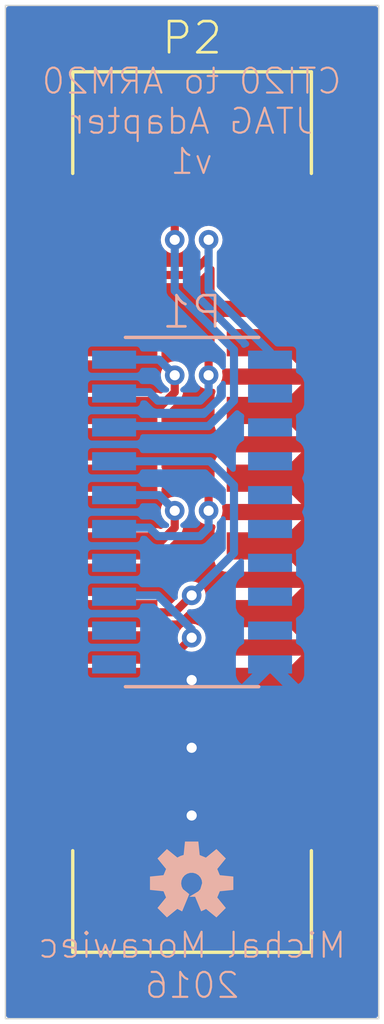
<source format=kicad_pcb>
(kicad_pcb (version 20221018) (generator pcbnew)
  (layers (0 "F.Cu" signal) (31 "B.Cu" signal) (34 "B.Paste" user) (35 "F.Paste" user) (36 "B.SilkS" user "B.Silkscreen") (37 "F.SilkS" user "F.Silkscreen") (38 "B.Mask" user) (39 "F.Mask" user) (44 "Edge.Cuts" user))
  (net 0 "")
  (net 1 "TMS")
  (net 2 "TDI")
  (net 3 "VDD")
  (net 4 "TDO")
  (net 5 "RTCK")
  (net 6 "TCK")
  (net 7 "EMU0")
  (net 8 "SRST_N")
  (net 9 "TRST_N")
  (net 10 "GND")
  (net 11 "EMU1")
  (footprint "BBB_JTAG_CTI20_SMT_ARM20_SMT:T821M120A1S100CEU-B" (layer "F.Cu") (at 148.5011 105.0036 -90)
    (fp_text reference "P2" (at -17.78 0) (layer "F.SilkS") (effects (font (size 1.1684 1.1684) (thickness 0.1016))))
    (fp_text value "ARM20 JTAG")
    (fp_line (start -16.51 -4.475) (end -12.7 -4.475) (stroke (width 0.127)) (layer "F.SilkS"))
    (fp_line (start -16.51 4.475) (end -16.51 -4.475) (stroke (width 0.127)) (layer "F.SilkS"))
    (fp_line (start -12.7 4.475) (end -16.51 4.475) (stroke (width 0.127)) (layer "F.SilkS"))
    (fp_line (start 12.7 -4.475) (end 16.51 -4.475) (stroke (width 0.127)) (layer "F.SilkS"))
    (fp_line (start 16.51 -4.475) (end 16.51 4.475) (stroke (width 0.127)) (layer "F.SilkS"))
    (fp_line (start 16.51 4.475) (end 12.7 4.475) (stroke (width 0.127)) (layer "F.SilkS"))
    (pad "1" smd rect (at -11.43 3.45 270) (size 1.02 4.3) (layers "F.Cu" "F.Paste" "F.Mask") (net 3 "VDD"))
    (pad "2" smd rect (at -11.43 -3.45 270) (size 1.02 4.3) (layers "F.Cu" "F.Paste" "F.Mask"))
    (pad "3" smd rect (at -8.89 3.45 270) (size 1.02 4.3) (layers "F.Cu" "F.Paste" "F.Mask") (net 9 "TRST_N"))
    (pad "4" smd rect (at -8.89 -3.45 270) (size 1.02 4.3) (layers "F.Cu" "F.Paste" "F.Mask") (net 10 "GND"))
    (pad "5" smd rect (at -6.35 3.45 270) (size 1.02 4.3) (layers "F.Cu" "F.Paste" "F.Mask") (net 2 "TDI"))
    (pad "6" smd rect (at -6.35 -3.45 270) (size 1.02 4.3) (layers "F.Cu" "F.Paste" "F.Mask") (net 10 "GND"))
    (pad "7" smd rect (at -3.81 3.45 270) (size 1.02 4.3) (layers "F.Cu" "F.Paste" "F.Mask") (net 1 "TMS"))
    (pad "8" smd rect (at -3.81 -3.45 270) (size 1.02 4.3) (layers "F.Cu" "F.Paste" "F.Mask") (net 10 "GND"))
    (pad "9" smd rect (at -1.27 3.45 270) (size 1.02 4.3) (layers "F.Cu" "F.Paste" "F.Mask") (net 6 "TCK"))
    (pad "10" smd rect (at -1.27 -3.45 270) (size 1.02 4.3) (layers "F.Cu" "F.Paste" "F.Mask") (net 10 "GND"))
    (pad "11" smd rect (at 1.27 3.45 270) (size 1.02 4.3) (layers "F.Cu" "F.Paste" "F.Mask") (net 5 "RTCK"))
    (pad "12" smd rect (at 1.27 -3.45 270) (size 1.02 4.3) (layers "F.Cu" "F.Paste" "F.Mask") (net 10 "GND"))
    (pad "13" smd rect (at 3.81 3.45 270) (size 1.02 4.3) (layers "F.Cu" "F.Paste" "F.Mask") (net 4 "TDO"))
    (pad "14" smd rect (at 3.81 -3.45 270) (size 1.02 4.3) (layers "F.Cu" "F.Paste" "F.Mask") (net 10 "GND"))
    (pad "15" smd rect (at 6.35 3.45 270) (size 1.02 4.3) (layers "F.Cu" "F.Paste" "F.Mask") (net 8 "SRST_N"))
    (pad "16" smd rect (at 6.35 -3.45 270) (size 1.02 4.3) (layers "F.Cu" "F.Paste" "F.Mask") (net 10 "GND"))
    (pad "17" smd rect (at 8.89 3.45 270) (size 1.02 4.3) (layers "F.Cu" "F.Paste" "F.Mask"))
    (pad "18" smd rect (at 8.89 -3.45 270) (size 1.02 4.3) (layers "F.Cu" "F.Paste" "F.Mask") (net 10 "GND"))
    (pad "19" smd rect (at 11.43 3.45 270) (size 1.02 4.3) (layers "F.Cu" "F.Paste" "F.Mask"))
    (pad "20" smd rect (at 11.43 -3.45 270) (size 1.02 4.3) (layers "F.Cu" "F.Paste" "F.Mask") (net 10 "GND"))
  )
  (footprint "BBB_JTAG_CTI20_SMT_ARM20_SMT:OSHW-LOGO-S" (layer "B.Cu") (at 148.4861 118.9236 180)
    (fp_text reference "LOGO1" hide)
    (fp_text value "OSHW-LOGOS" hide)
    (fp_poly (pts (xy 0.301646 1.06135) (xy 0.42347 1.022344) (xy 0.537176 0.963768) (xy 0.92862 1.282946) (xy 1.282946 0.92862) (xy 0.961034 0.533823) (xy 1.057045 0.302084) (xy 1.5638 0.250561) (xy 1.5638 -0.250561) (xy 1.057045 -0.302084) (xy 0.961034 -0.533823) (xy 1.282946 -0.92862) (xy 0.92862 -1.282946) (xy 0.537177 -0.963769) (xy 0.356601 -1.056794) (xy 0.088679 -0.410073) (xy 0.326262 -0.217599) (xy 0.373649 -0.121467) (xy 0.392728 -0.010339) (xy 0.379464 0.101633) (xy 0.334947 0.205228) (xy 0.262841 0.291917) (xy 0.169087 0.35456) (xy 0.061406 0.387998) (xy -0.051341 0.38948) (xy -0.159867 0.358881) (xy -0.255233 0.298724) (xy -0.329589 0.213961) (xy -0.376813 0.111569) (xy -0.392175 0.005766) (xy -0.322922 -0.222564) (xy -0.249312 -0.303772) (xy 0.091677 -0.5081) (xy -0.12929 -0.5081) (xy -0.355332 -1.053732) (xy -0.506597 -0.983577) (xy -0.538921 -0.965192) (xy -0.92862 -1.282946) (xy -1.282946 -0.92862) (xy -0.961034 -0.533823) (xy -1.057045 -0.302084) (xy -1.5638 -0.250561) (xy -1.5638 0.250561) (xy -1.057045 0.302084) (xy -0.961034 0.533823) (xy -1.282946 0.92862) (xy -0.92862 1.282946) (xy -0.533823 0.961034) (xy -0.302084 1.057045) (xy -0.250561 1.5638) (xy 0.250561 1.5638)) (fill solid) (layer "B.SilkS"))
  )
  (footprint "BBB_JTAG_CTI20_SMT_ARM20_SMT:M52-5151045" (layer "B.Cu") (at 148.5011 105.0036 -90)
    (fp_text reference "P1" (at -7.5 0) (layer "B.SilkS") (effects (font (size 1.1684 1.1684) (thickness 0.1016)) (justify mirror)))
    (fp_text value "CTI20 JTAG")
    (fp_line (start -6.55 -2.5) (end -6.55 2.5) (stroke (width 0.127)) (layer "B.SilkS"))
    (fp_line (start 6.55 2.5) (end 6.55 -2.5) (stroke (width 0.127)) (layer "B.SilkS"))
    (pad "1" smd rect (at -5.715 2.925 270) (size 0.68 1.65) (layers "B.Cu" "B.Paste" "B.Mask") (net 1 "TMS"))
    (pad "2" smd rect (at -5.715 -2.925 270) (size 0.68 1.65) (layers "B.Cu" "B.Paste" "B.Mask") (net 9 "TRST_N"))
    (pad "3" smd rect (at -4.445 2.925 270) (size 0.68 1.65) (layers "B.Cu" "B.Paste" "B.Mask") (net 2 "TDI"))
    (pad "4" smd rect (at -4.445 -2.925 270) (size 0.68 1.65) (layers "B.Cu" "B.Paste" "B.Mask") (net 10 "GND"))
    (pad "5" smd rect (at -3.175 2.925 270) (size 0.68 1.65) (layers "B.Cu" "B.Paste" "B.Mask") (net 3 "VDD"))
    (pad "6" smd rect (at -3.175 -2.925 270) (size 0.68 1.65) (layers "B.Cu" "B.Paste" "B.Mask"))
    (pad "7" smd rect (at -1.905 2.925 270) (size 0.68 1.65) (layers "B.Cu" "B.Paste" "B.Mask") (net 4 "TDO"))
    (pad "8" smd rect (at -1.905 -2.925 270) (size 0.68 1.65) (layers "B.Cu" "B.Paste" "B.Mask") (net 10 "GND"))
    (pad "9" smd rect (at -0.635 2.925 270) (size 0.68 1.65) (layers "B.Cu" "B.Paste" "B.Mask") (net 5 "RTCK"))
    (pad "10" smd rect (at -0.635 -2.925 270) (size 0.68 1.65) (layers "B.Cu" "B.Paste" "B.Mask") (net 10 "GND"))
    (pad "11" smd rect (at 0.635 2.925 270) (size 0.68 1.65) (layers "B.Cu" "B.Paste" "B.Mask") (net 6 "TCK"))
    (pad "12" smd rect (at 0.635 -2.925 270) (size 0.68 1.65) (layers "B.Cu" "B.Paste" "B.Mask") (net 10 "GND"))
    (pad "13" smd rect (at 1.905 2.925 270) (size 0.68 1.65) (layers "B.Cu" "B.Paste" "B.Mask") (net 7 "EMU0"))
    (pad "14" smd rect (at 1.905 -2.925 270) (size 0.68 1.65) (layers "B.Cu" "B.Paste" "B.Mask") (net 11 "EMU1"))
    (pad "15" smd rect (at 3.175 2.925 270) (size 0.68 1.65) (layers "B.Cu" "B.Paste" "B.Mask") (net 8 "SRST_N"))
    (pad "16" smd rect (at 3.175 -2.925 270) (size 0.68 1.65) (layers "B.Cu" "B.Paste" "B.Mask") (net 10 "GND"))
    (pad "17" smd rect (at 4.445 2.925 270) (size 0.68 1.65) (layers "B.Cu" "B.Paste" "B.Mask"))
    (pad "18" smd rect (at 4.445 -2.925 270) (size 0.68 1.65) (layers "B.Cu" "B.Paste" "B.Mask"))
    (pad "19" smd rect (at 5.715 2.925 270) (size 0.68 1.65) (layers "B.Cu" "B.Paste" "B.Mask"))
    (pad "20" smd rect (at 5.715 -2.925 270) (size 0.68 1.65) (layers "B.Cu" "B.Paste" "B.Mask") (net 10 "GND"))
  )
  (gr_line (start 155.5011 124.0036) (end 155.5011 86.0036) (stroke (width 0.05)) (layer "Edge.Cuts"))
  (gr_line (start 141.5011 124.0036) (end 155.5011 124.0036) (stroke (width 0.05)) (layer "Edge.Cuts"))
  (gr_line (start 155.5011 86.0036) (end 141.5011 86.0036) (stroke (width 0.05)) (layer "Edge.Cuts"))
  (gr_line (start 141.5011 86.0036) (end 141.5011 124.0036) (stroke (width 0.05)) (layer "Edge.Cuts"))
  (gr_text "Michal Morawiec\n2016" (at 148.5011 122.0036) (layer "B.SilkS") (effects (font (size 0.93472 0.93472) (thickness 0.08128)) (justify mirror)))
  (gr_text "CTI20 to ARM20\nJTAG Adapter\nv1" (at 148.4861 90.3486) (layer "B.SilkS") (effects (font (size 0.93472 0.93472) (thickness 0.08128)) (justify mirror)))
  (segment (start 145.1011 101.1436) (end 145.0511 101.1936) (width 0.3048) (layer "F.Cu") (net 1))
  (segment (start 147.2161 101.1436) (end 145.1011 101.1436) (width 0.3048) (layer "F.Cu") (net 1))
  (segment (start 147.8511 100.5086) (end 147.2161 101.1436) (width 0.3048) (layer "F.Cu") (net 1))
  (segment (start 147.8511 99.8736) (end 147.8511 100.5086) (width 0.3048) (layer "F.Cu") (net 1))
  (via (at 147.8511 99.8736) (size 0.7366) (drill 0.381) (layers "F.Cu" "B.Cu") (net 1))
  (segment (start 147.2661 99.2886) (end 147.8511 99.8736) (width 0.3048) (layer "B.Cu") (net 1))
  (segment (start 145.5761 99.2886) (end 147.2661 99.2886) (width 0.3048) (layer "B.Cu") (net 1))
  (segment (start 149.1211 99.2386) (end 148.4861 98.6036) (width 0.3048) (layer "F.Cu") (net 2))
  (segment (start 148.4861 98.6036) (end 145.1011 98.6036) (width 0.3048) (layer "F.Cu") (net 2))
  (segment (start 149.1211 99.8736) (end 149.1211 99.2386) (width 0.3048) (layer "F.Cu") (net 2))
  (segment (start 145.1011 98.6036) (end 145.0511 98.6536) (width 0.3048) (layer "F.Cu") (net 2))
  (via (at 149.1211 99.8736) (size 0.7366) (drill 0.381) (layers "F.Cu" "B.Cu") (net 2))
  (segment (start 149.1211 99.8736) (end 149.1211 100.5086) (width 0.3048) (layer "B.Cu") (net 2))
  (segment (start 149.1211 100.5086) (end 148.8036 100.8261) (width 0.3048) (layer "B.Cu") (net 2))
  (segment (start 148.8036 100.8261) (end 147.2161 100.8261) (width 0.3048) (layer "B.Cu") (net 2))
  (segment (start 145.6261 100.5086) (end 145.5761 100.5586) (width 0.3048) (layer "B.Cu") (net 2))
  (segment (start 146.8986 100.5086) (end 145.6261 100.5086) (width 0.3048) (layer "B.Cu") (net 2))
  (segment (start 147.2161 100.8261) (end 146.8986 100.5086) (width 0.3048) (layer "B.Cu") (net 2))
  (segment (start 147.2161 93.5236) (end 145.1011 93.5236) (width 0.3048) (layer "F.Cu") (net 3))
  (segment (start 147.8511 94.7936) (end 147.8511 94.1586) (width 0.3048) (layer "F.Cu") (net 3))
  (segment (start 147.8511 94.1586) (end 147.2161 93.5236) (width 0.3048) (layer "F.Cu") (net 3))
  (segment (start 145.1011 93.5236) (end 145.0511 93.5736) (width 0.3048) (layer "F.Cu") (net 3))
  (via (at 147.8511 94.7936) (size 0.7366) (drill 0.381) (layers "F.Cu" "B.Cu") (net 3))
  (segment (start 147.8511 96.6986) (end 147.8511 94.7936) (width 0.3048) (layer "B.Cu") (net 3))
  (segment (start 150.0736 100.8261) (end 149.1211 101.7786) (width 0.3048) (layer "B.Cu") (net 3))
  (segment (start 150.0736 98.9211) (end 147.8511 96.6986) (width 0.3048) (layer "B.Cu") (net 3))
  (segment (start 149.1211 101.7786) (end 145.6261 101.7786) (width 0.3048) (layer "B.Cu") (net 3))
  (segment (start 145.6261 101.7786) (end 145.5761 101.8286) (width 0.3048) (layer "B.Cu") (net 3))
  (segment (start 150.0736 98.9211) (end 150.0736 100.8261) (width 0.3048) (layer "B.Cu") (net 3))
  (segment (start 148.4861 108.1286) (end 147.8511 108.7636) (width 0.3048) (layer "F.Cu") (net 4))
  (segment (start 145.1011 108.7636) (end 145.0511 108.8136) (width 0.3048) (layer "F.Cu") (net 4))
  (segment (start 147.8511 108.7636) (end 145.1011 108.7636) (width 0.3048) (layer "F.Cu") (net 4))
  (via (at 148.4861 108.1286) (size 0.7366) (drill 0.381) (layers "F.Cu" "B.Cu") (net 4))
  (segment (start 150.0736 106.5411) (end 148.4861 108.1286) (width 0.3048) (layer "B.Cu") (net 4))
  (segment (start 149.1711 103.0986) (end 150.0736 104.0011) (width 0.3048) (layer "B.Cu") (net 4))
  (segment (start 145.5761 103.0986) (end 149.1711 103.0986) (width 0.3048) (layer "B.Cu") (net 4))
  (segment (start 150.0736 104.0011) (end 150.0736 106.5411) (width 0.3048) (layer "B.Cu") (net 4))
  (segment (start 145.1011 106.2236) (end 145.0511 106.2736) (width 0.3048) (layer "F.Cu") (net 5))
  (segment (start 147.2161 106.2236) (end 145.1011 106.2236) (width 0.3048) (layer "F.Cu") (net 5))
  (segment (start 147.8511 105.5886) (end 147.2161 106.2236) (width 0.3048) (layer "F.Cu") (net 5))
  (segment (start 147.8511 104.9536) (end 147.8511 105.5886) (width 0.3048) (layer "F.Cu") (net 5))
  (via (at 147.8511 104.9536) (size 0.7366) (drill 0.381) (layers "F.Cu" "B.Cu") (net 5))
  (segment (start 147.2661 104.3686) (end 147.8511 104.9536) (width 0.3048) (layer "B.Cu") (net 5))
  (segment (start 145.5761 104.3686) (end 147.2661 104.3686) (width 0.3048) (layer "B.Cu") (net 5))
  (segment (start 145.0511 103.7336) (end 148.5361 103.7336) (width 0.3048) (layer "F.Cu") (net 6))
  (segment (start 148.5361 103.7336) (end 149.1211 104.3186) (width 0.3048) (layer "F.Cu") (net 6))
  (segment (start 149.1211 104.3186) (end 149.1211 104.9536) (width 0.3048) (layer "F.Cu") (net 6))
  (via (at 149.1211 104.9536) (size 0.7366) (drill 0.381) (layers "F.Cu" "B.Cu") (net 6))
  (segment (start 149.1211 104.9536) (end 149.1211 105.5886) (width 0.3048) (layer "B.Cu") (net 6))
  (segment (start 145.6261 105.5886) (end 145.5761 105.6386) (width 0.3048) (layer "B.Cu") (net 6))
  (segment (start 147.2161 105.9061) (end 146.8986 105.5886) (width 0.3048) (layer "B.Cu") (net 6))
  (segment (start 149.1211 105.5886) (end 148.8036 105.9061) (width 0.3048) (layer "B.Cu") (net 6))
  (segment (start 146.8986 105.5886) (end 145.6261 105.5886) (width 0.3048) (layer "B.Cu") (net 6))
  (segment (start 148.8036 105.9061) (end 147.2161 105.9061) (width 0.3048) (layer "B.Cu") (net 6))
  (segment (start 146.8486 111.3536) (end 148.4861 109.7161) (width 0.3048) (layer "F.Cu") (net 8))
  (segment (start 145.0511 111.3536) (end 146.8486 111.3536) (width 0.3048) (layer "F.Cu") (net 8))
  (via (at 148.4861 109.7161) (size 0.7366) (drill 0.381) (layers "F.Cu" "B.Cu") (net 8))
  (segment (start 147.2161 108.1286) (end 145.6261 108.1286) (width 0.3048) (layer "B.Cu") (net 8))
  (segment (start 148.4861 109.3986) (end 147.2161 108.1286) (width 0.3048) (layer "B.Cu") (net 8))
  (segment (start 148.4861 109.7161) (end 148.4861 109.3986) (width 0.3048) (layer "B.Cu") (net 8))
  (segment (start 145.6261 108.1286) (end 145.5761 108.1786) (width 0.3048) (layer "B.Cu") (net 8))
  (segment (start 149.1211 95.4286) (end 149.1211 94.7936) (width 0.3048) (layer "F.Cu") (net 9))
  (segment (start 148.4361 96.1136) (end 149.1211 95.4286) (width 0.3048) (layer "F.Cu") (net 9))
  (segment (start 145.0511 96.1136) (end 148.4361 96.1136) (width 0.3048) (layer "F.Cu") (net 9))
  (via (at 149.1211 94.7936) (size 0.7366) (drill 0.381) (layers "F.Cu" "B.Cu") (net 9))
  (segment (start 149.1211 96.6986) (end 149.1211 94.7936) (width 0.3048) (layer "B.Cu") (net 9))
  (segment (start 151.4261 99.0036) (end 149.1211 96.6986) (width 0.3048) (layer "B.Cu") (net 9))
  (segment (start 151.4761 99.2386) (end 151.4261 99.2886) (width 0.3048) (layer "B.Cu") (net 9))
  (segment (start 151.4261 99.2886) (end 151.4261 99.0036) (width 0.3048) (layer "B.Cu") (net 9))
  (via (at 148.4861 116.3836) (size 0.7366) (drill 0.381) (layers "F.Cu" "B.Cu") (net 10))
  (via (at 148.4861 111.3036) (size 0.7366) (drill 0.381) (layers "F.Cu" "B.Cu") (net 10))
  (via (at 148.4861 113.8436) (size 0.7366) (drill 0.381) (layers "F.Cu" "B.Cu") (net 10))
  (zone (net 10) (net_name "GND") (layer "F.Cu") (priority 6) (connect_pads (clearance 0.000001)) (min_thickness 0.2032) (fill yes (thermal_gap 0.4564) (thermal_bridge_width 0.4564))
    (polygon (pts (xy 155.7043 124.2068) (xy 141.2979 124.2068) (xy 141.2979 85.8004) (xy 155.7043 85.8004)))
  )
  (zone (net 10) (net_name "GND") (layer "B.Cu") (priority 6) (connect_pads (clearance 0.000001)) (min_thickness 0.2032) (fill yes (thermal_gap 0.4564) (thermal_bridge_width 0.4564))
    (polygon (pts (xy 155.7043 124.2068) (xy 141.2979 124.2068) (xy 141.2979 85.8004) (xy 155.7043 85.8004)))
  )
)
</source>
